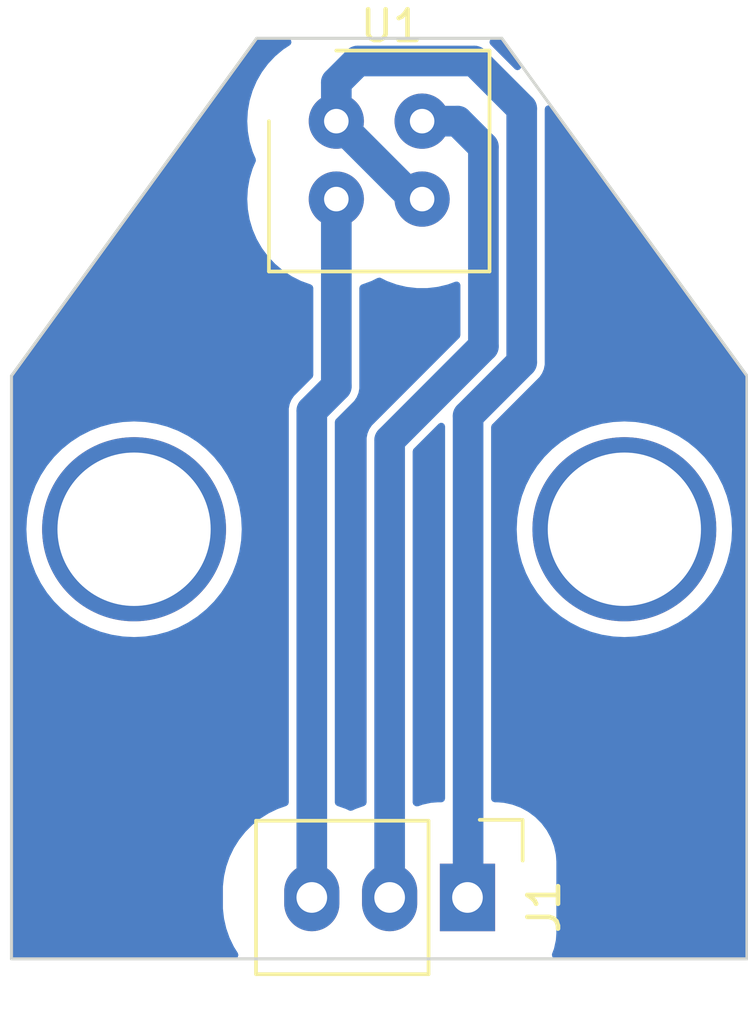
<source format=kicad_pcb>
(kicad_pcb (version 20240108) (generator "pcbnew") (generator_version "8.0")
  (layers (0 "F.Cu" signal) (31 "B.Cu" signal) (34 "B.Paste" user) (35 "F.Paste" user) (36 "B.SilkS" user "B.Silkscreen") (37 "F.SilkS" user "F.Silkscreen") (38 "B.Mask" user) (39 "F.Mask" user) (44 "Edge.Cuts" user))
  (net 0 "")
  (net 1 "/Cathode")
  (net 2 "+3.3V")
  (net 3 "/Mesure")
  (footprint "FootprintGamelGe2_v8.0:Vishay_CNY70" (layer "F.Cu") (at 131.6 65.7)
    (property "Reference" "U1" (at 1.8 -3.1 0) (layer "F.SilkS"))
    (property "Value" "CNY70")
    (fp_line (start -2.2 0) (end -2.2 4.9) (stroke (width 0.12)) (layer "F.SilkS"))
    (fp_line (start -2.2 4.9) (end 5 4.9) (stroke (width 0.12)) (layer "F.SilkS"))
    (fp_line (start 5 -2.3) (end 0 -2.3) (stroke (width 0.12)) (layer "F.SilkS"))
    (fp_line (start 5 4.9) (end 5 -2.3) (stroke (width 0.12)) (layer "F.SilkS"))
    (pad "1" thru_hole circle (at 0 0) (size 1.8 1.8) (drill 0.8) (layers "*.Cu" "*.Mask") (net 2 "+3.3V"))
    (pad "2" thru_hole circle (at 0 2.54) (size 1.8 1.8) (drill 0.8) (layers "*.Cu" "*.Mask") (net 1 "/Cathode"))
    (pad "3" thru_hole circle (at 2.8 2.54) (size 1.8 1.8) (drill 0.8) (layers "*.Cu" "*.Mask") (net 2 "+3.3V"))
    (pad "4" thru_hole circle (at 2.8 0) (size 1.8 1.8) (drill 0.8) (layers "*.Cu" "*.Mask") (net 3 "/Mesure"))
  )
  (footprint "FootprintGamelGe2_v8.0:Autocom3" (layer "F.Cu") (at 135.88 91 -90)
    (property "Reference" "J1" (at 0.3 -2.5 90) (layer "F.SilkS"))
    (property "Value" "Autocom3")
    (fp_line (start -2.5 6.9) (end 2.5 6.9) (stroke (width 0.12)) (layer "F.SilkS"))
    (fp_line (start -2.5 1.27) (end -2.5 6.9) (stroke (width 0.12)) (layer "F.SilkS"))
    (fp_line (start -2.5 1.27) (end 2.5 1.27) (stroke (width 0.12)) (layer "F.SilkS"))
    (fp_line (start 2.5 1.27) (end 2.5 6.9) (stroke (width 0.12)) (layer "F.SilkS"))
    (fp_line (start -2.53 -0.4) (end -2.53 -1.73) (stroke (width 0.12)) (layer "F.SilkS"))
    (fp_line (start -2.53 -1.8) (end -1.2 -1.8) (stroke (width 0.12)) (layer "F.SilkS"))
    (pad "1" thru_hole rect (at 0 0 270) (size 2.2 1.8) (drill 1) (layers "*.Cu" "*.Mask") (net 2 "+3.3V"))
    (pad "2" thru_hole oval (at 0 2.54 270) (size 2.2 1.8) (drill 1) (layers "*.Cu" "*.Mask") (net 3 "/Mesure"))
    (pad "3" thru_hole oval (at 0 5.08 270) (size 2.2 1.8) (drill 1) (layers "*.Cu" "*.Mask") (net 1 "/Cathode"))
  )
  (gr_line (start 145 93) (end 121 93) (stroke (width 0.1)) (layer "Edge.Cuts"))
  (gr_line (start 137 63) (end 145 74) (stroke (width 0.1)) (layer "Edge.Cuts"))
  (gr_line (start 145 74) (end 145 93) (stroke (width 0.1)) (layer "Edge.Cuts"))
  (gr_line (start 121 93) (end 121 74) (stroke (width 0.1)) (layer "Edge.Cuts"))
  (gr_line (start 121 74) (end 129 63) (stroke (width 0.1)) (layer "Edge.Cuts"))
  (gr_line (start 129 63) (end 137 63) (stroke (width 0.1)) (layer "Edge.Cuts"))
  (via (at 141 79) (size 6) (drill 5) (layers "F.Cu" "B.Cu") (net 0))
  (via (at 125 79) (size 6) (drill 5) (layers "F.Cu" "B.Cu") (net 0))
  (segment (start 130.8 91) (end 130.8 75.14) (width 1) (layer "B.Cu") (net 1))
  (segment (start 131.6 74.34) (end 131.6 68.24) (width 1) (layer "B.Cu") (net 1))
  (segment (start 130.8 75.14) (end 131.6 74.34) (width 1) (layer "B.Cu") (net 1))
  (segment (start 135.9 90.98) (end 135.88 91) (width 1) (layer "B.Cu") (net 2))
  (segment (start 134.4 68.24) (end 134.14 68.24) (width 1) (layer "B.Cu") (net 2))
  (segment (start 135.9 75.307766) (end 135.9 90.98) (width 1) (layer "B.Cu") (net 2))
  (segment (start 137.65 65.29) (end 137.65 73.557766) (width 1) (layer "B.Cu") (net 2))
  (segment (start 132.3 63.74) (end 136.1 63.74) (width 1) (layer "B.Cu") (net 2))
  (segment (start 131.6 65.7) (end 131.6 64.44) (width 1) (layer "B.Cu") (net 2))
  (segment (start 131.6 64.44) (end 132.3 63.74) (width 1) (layer "B.Cu") (net 2))
  (segment (start 136.1 63.74) (end 137.65 65.29) (width 1) (layer "B.Cu") (net 2))
  (segment (start 134.14 68.24) (end 131.6 65.7) (width 1) (layer "B.Cu") (net 2))
  (segment (start 137.65 73.557766) (end 135.9 75.307766) (width 1) (layer "B.Cu") (net 2))
  (segment (start 135.56 65.7) (end 134.4 65.7) (width 1) (layer "B.Cu") (net 3))
  (segment (start 136.4 66.54) (end 135.56 65.7) (width 1) (layer "B.Cu") (net 3))
  (segment (start 133.34 76.1) (end 136.4 73.04) (width 1) (layer "B.Cu") (net 3))
  (segment (start 136.4 73.04) (end 136.4 66.54) (width 1) (layer "B.Cu") (net 3))
  (segment (start 133.34 91) (end 133.34 76.1) (width 1) (layer "B.Cu") (net 3))
  (zone (net 0) (net_name "") (layer "B.Cu") (connect_pads (clearance 0.508)) (min_thickness 0.25) (fill yes (thermal_gap 0.5) (thermal_bridge_width 0.5) (island_removal_mode 1) (island_area_min 10))
    (polygon (pts (xy 121 93) (xy 121 74) (xy 129 63) (xy 137 63) (xy 145 74) (xy 145 93)))
  )
)
</source>
